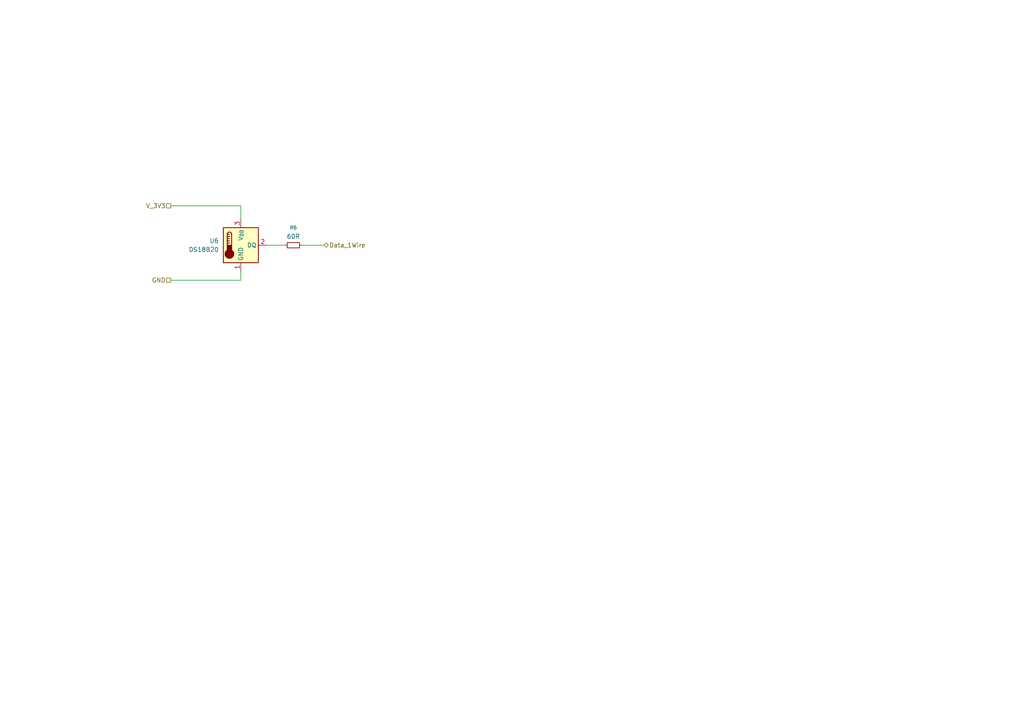
<source format=kicad_sch>
(kicad_sch (version 20250114) (generator "eeschema") (generator_version "9.0")
  (paper "A4")
  (lib_symbols
    (symbol "Device:R_Small" (pin_numbers (hide yes)) (pin_names (offset 0.254) (hide yes))
      (property "Reference" "R" (at 0 0 90))
      (property "Value" "R_Small" (at 1.778 0 90))
      (symbol "R_Small_0_1"
        (rectangle (start -0.762 1.778) (end 0.762 -1.778) (stroke (width 0.2032)))
      )
      (symbol "R_Small_1_1"
        (pin passive line (at 0 2.54 270) (length 0.762) (name "~") (number "1"))
        (pin passive line (at 0 -2.54 90) (length 0.762) (name "~") (number "2"))
      )
    )
    (symbol "Sensor_Temperature:DS18B20"
      (property "Reference" "U" (at -3.81 6.35 0))
      (property "Value" "DS18B20" (at 6.35 6.35 0))
      (symbol "DS18B20_0_1"
        (rectangle (start -5.08 5.08) (end 5.08 -5.08) (stroke (width 0.254)) (fill (type background)))
        (polyline (pts (xy -3.937 3.175) (xy -3.937 0)) (stroke (width 0.254)))
        (polyline (pts (xy -3.937 3.175) (xy -3.302 3.175)) (stroke (width 0.254)))
        (polyline (pts (xy -3.937 2.54) (xy -3.302 2.54)) (stroke (width 0.254)))
        (polyline (pts (xy -3.937 1.905) (xy -3.302 1.905)) (stroke (width 0.254)))
        (polyline (pts (xy -3.937 1.27) (xy -3.302 1.27)) (stroke (width 0.254)))
        (polyline (pts (xy -3.937 0.635) (xy -3.302 0.635)) (stroke (width 0.254)))
        (arc (start -3.937 3.175) (mid -3.302 3.8073) (end -2.667 3.175) (stroke (width 0.254)))
        (circle (center -3.302 -2.54) (radius 1.27) (stroke (width 0.254)) (fill (type outline)))
        (polyline (pts (xy -2.667 3.175) (xy -2.667 0)) (stroke (width 0.254)))
        (rectangle (start -2.667 -1.905) (end -3.937 0) (stroke (width 0.254)) (fill (type outline)))
      )
      (symbol "DS18B20_1_1"
        (pin power_in line (at 0 7.62 270) (length 2.54) (name "V_{DD}") (number "3"))
        (pin power_in line (at 0 -7.62 90) (length 2.54) (name "GND") (number "1"))
        (pin bidirectional line (at 7.62 0 180) (length 2.54) (name "DQ") (number "2"))
      )
    )
  )
  (wire (pts (xy 49.53 59.69) (xy 69.85 59.69)))
  (wire (pts (xy 87.63 71.12) (xy 93.98 71.12)))
  (wire (pts (xy 49.53 81.28) (xy 69.85 81.28)))
  (wire (pts (xy 69.85 78.74) (xy 69.85 81.28)))
  (wire (pts (xy 77.47 71.12) (xy 82.55 71.12)))
  (wire (pts (xy 69.85 59.69) (xy 69.85 63.5)))
  (hierarchical_label "Data_1Wire" (shape bidirectional) (at 93.98 71.12 0))
  (hierarchical_label "V_3V3" (shape passive) (at 49.53 59.69 180))
  (hierarchical_label "GND" (shape passive) (at 49.53 81.28 180))
  (symbol (lib_id "Device:R_Small") (at 85.09 71.12 270) (unit 1)
    (property "Reference" "R6" (at 85.09 66.04 90) (effects (font (size 1.016 1.016))))
    (property "Value" "60R" (at 85.09 68.58 90))
    (property "Footprint" "Resistor_SMD:R_1206_3216Metric_Pad1.30x1.75mm_HandSolder" (effects (hide yes)))
    (property "Description" "Resistor, small symbol" (effects (hide yes)))
  )
  (symbol (lib_id "Sensor_Temperature:DS18B20") (at 69.85 71.12 0) (unit 1)
    (property "Reference" "U6" (at 63.5 69.8499 0) (effects (justify right)))
    (property "Value" "DS18B20" (at 63.5 72.3899 0) (effects (justify right)))
    (property "Footprint" "Package_TO_SOT_THT:TO-92L_HandSolder" (effects (hide yes)))
    (property "Datasheet" "http://datasheets.maximintegrated.com/en/ds/DS18B20.pdf" (effects (hide yes)))
    (property "Description" "Programmable Resolution 1-Wire Digital Thermometer TO-92" (effects (hide yes)))
  )
)
</source>
